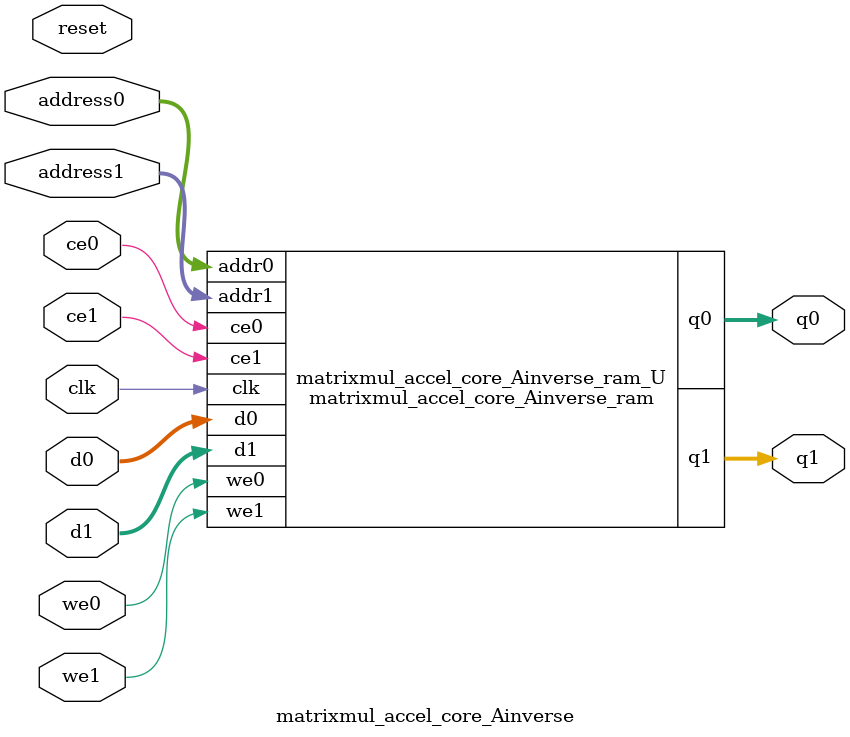
<source format=v>
`timescale 1 ns / 1 ps
module matrixmul_accel_core_Ainverse_ram (addr0, ce0, d0, we0, q0, addr1, ce1, d1, we1, q1,  clk);

parameter DWIDTH = 32;
parameter AWIDTH = 10;
parameter MEM_SIZE = 1024;

input[AWIDTH-1:0] addr0;
input ce0;
input[DWIDTH-1:0] d0;
input we0;
output reg[DWIDTH-1:0] q0;
input[AWIDTH-1:0] addr1;
input ce1;
input[DWIDTH-1:0] d1;
input we1;
output reg[DWIDTH-1:0] q1;
input clk;

(* ram_style = "block" *)reg [DWIDTH-1:0] ram[0:MEM_SIZE-1];




always @(posedge clk)  
begin 
    if (ce0) begin
        if (we0) 
            ram[addr0] <= d0; 
        q0 <= ram[addr0];
    end
end


always @(posedge clk)  
begin 
    if (ce1) begin
        if (we1) 
            ram[addr1] <= d1; 
        q1 <= ram[addr1];
    end
end


endmodule

`timescale 1 ns / 1 ps
module matrixmul_accel_core_Ainverse(
    reset,
    clk,
    address0,
    ce0,
    we0,
    d0,
    q0,
    address1,
    ce1,
    we1,
    d1,
    q1);

parameter DataWidth = 32'd32;
parameter AddressRange = 32'd1024;
parameter AddressWidth = 32'd10;
input reset;
input clk;
input[AddressWidth - 1:0] address0;
input ce0;
input we0;
input[DataWidth - 1:0] d0;
output[DataWidth - 1:0] q0;
input[AddressWidth - 1:0] address1;
input ce1;
input we1;
input[DataWidth - 1:0] d1;
output[DataWidth - 1:0] q1;



matrixmul_accel_core_Ainverse_ram matrixmul_accel_core_Ainverse_ram_U(
    .clk( clk ),
    .addr0( address0 ),
    .ce0( ce0 ),
    .we0( we0 ),
    .d0( d0 ),
    .q0( q0 ),
    .addr1( address1 ),
    .ce1( ce1 ),
    .we1( we1 ),
    .d1( d1 ),
    .q1( q1 ));

endmodule


</source>
